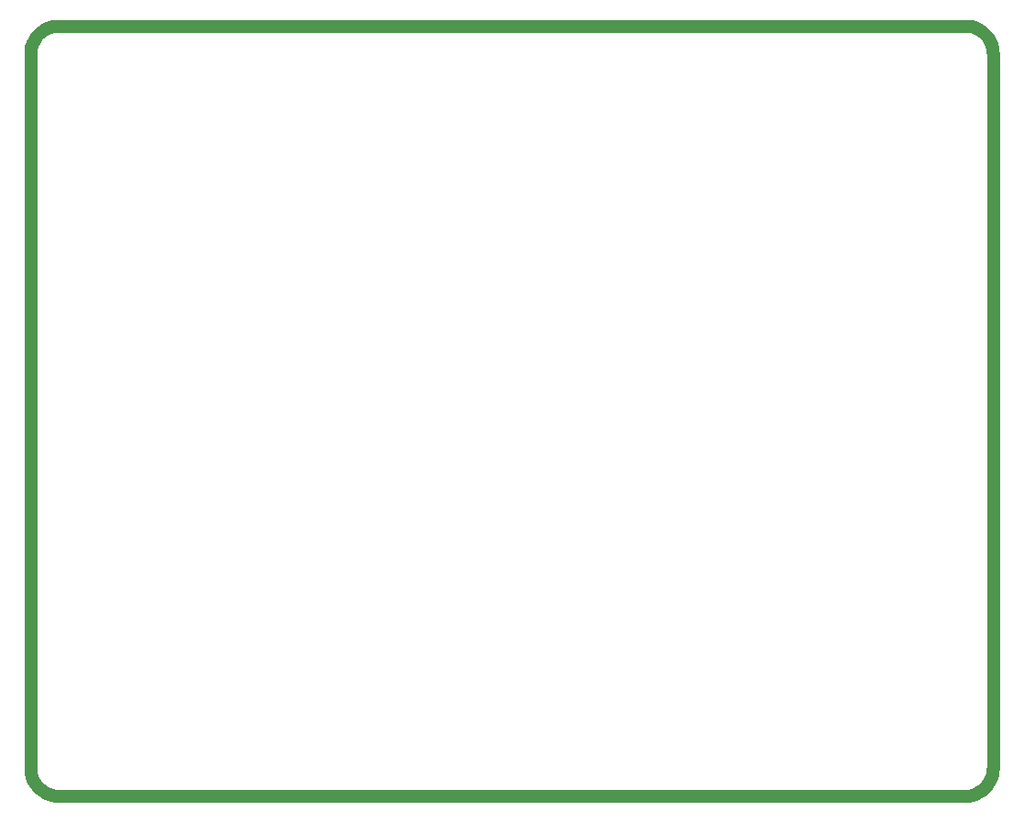
<source format=gko>
%FSTAX23Y23*%
%MOIN*%
%SFA1B1*%

%IPPOS*%
%ADD82C,0.047240*%
%LNsg_can_board-1*%
%LPD*%
G54D82*
X0Y001D02*
D01*
X0Y00093*
X0Y00086*
X00002Y00079*
X00003Y00072*
X00006Y00065*
X00008Y00059*
X00011Y00053*
X00015Y00047*
X00019Y00041*
X00023Y00035*
X00028Y0003*
X00033Y00025*
X00038Y00021*
X00044Y00017*
X0005Y00013*
X00056Y0001*
X00062Y00007*
X00069Y00004*
X00075Y00002*
X00082Y00001*
X00089Y0*
X00096Y0*
X001Y0*
X034D02*
D01*
X03406Y0*
X03413Y0*
X0342Y00002*
X03427Y00003*
X03434Y00006*
X0344Y00008*
X03446Y00011*
X03452Y00015*
X03458Y00019*
X03464Y00023*
X03469Y00028*
X03474Y00033*
X03478Y00038*
X03482Y00044*
X03486Y0005*
X03489Y00056*
X03492Y00062*
X03495Y00069*
X03497Y00075*
X03498Y00082*
X03499Y00089*
X03499Y00096*
X035Y001*
Y027D02*
D01*
X03499Y02706*
X03499Y02713*
X03497Y0272*
X03496Y02727*
X03493Y02734*
X03491Y0274*
X03488Y02746*
X03484Y02752*
X0348Y02758*
X03476Y02764*
X03471Y02769*
X03466Y02774*
X03461Y02778*
X03455Y02782*
X0345Y02786*
X03443Y02789*
X03437Y02792*
X0343Y02795*
X03424Y02797*
X03417Y02798*
X0341Y02799*
X03403Y02799*
X034Y028*
X001D02*
D01*
X00093Y02799*
X00086Y02799*
X00079Y02797*
X00072Y02796*
X00065Y02793*
X00059Y02791*
X00053Y02788*
X00047Y02784*
X00041Y0278*
X00035Y02776*
X0003Y02771*
X00025Y02766*
X00021Y02761*
X00017Y02755*
X00013Y0275*
X0001Y02743*
X00007Y02737*
X00004Y0273*
X00002Y02724*
X00001Y02717*
X0Y0271*
X0Y02703*
X0Y027*
Y001D02*
Y027D01*
X001Y0D02*
X034D01*
X035Y001D02*
Y027D01*
X001Y028D02*
X034D01*
M02*
</source>
